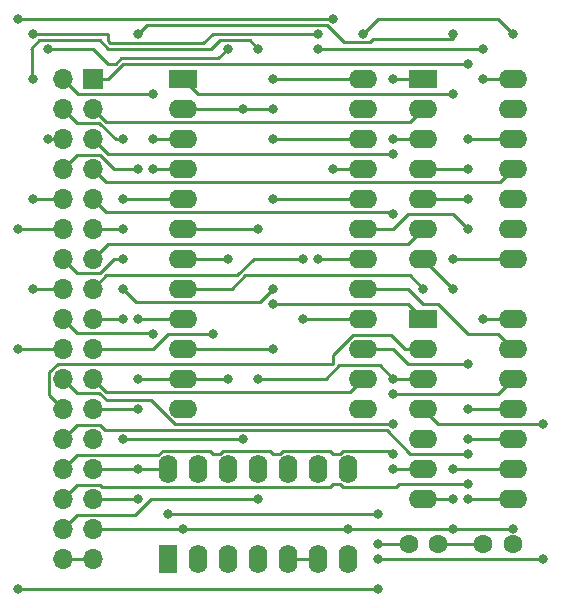
<source format=gbr>
%TF.GenerationSoftware,KiCad,Pcbnew,(5.1.10)-1*%
%TF.CreationDate,2022-02-19T10:09:17+01:00*%
%TF.ProjectId,Peri,50657269-2e6b-4696-9361-645f70636258,rev?*%
%TF.SameCoordinates,Original*%
%TF.FileFunction,Copper,L2,Bot*%
%TF.FilePolarity,Positive*%
%FSLAX46Y46*%
G04 Gerber Fmt 4.6, Leading zero omitted, Abs format (unit mm)*
G04 Created by KiCad (PCBNEW (5.1.10)-1) date 2022-02-19 10:09:17*
%MOMM*%
%LPD*%
G01*
G04 APERTURE LIST*
%TA.AperFunction,ComponentPad*%
%ADD10R,2.400000X1.600000*%
%TD*%
%TA.AperFunction,ComponentPad*%
%ADD11O,2.400000X1.600000*%
%TD*%
%TA.AperFunction,ComponentPad*%
%ADD12C,1.600000*%
%TD*%
%TA.AperFunction,ComponentPad*%
%ADD13R,1.700000X1.700000*%
%TD*%
%TA.AperFunction,ComponentPad*%
%ADD14O,1.700000X1.700000*%
%TD*%
%TA.AperFunction,ComponentPad*%
%ADD15O,1.600000X2.400000*%
%TD*%
%TA.AperFunction,ComponentPad*%
%ADD16R,1.600000X2.400000*%
%TD*%
%TA.AperFunction,ViaPad*%
%ADD17C,0.800000*%
%TD*%
%TA.AperFunction,Conductor*%
%ADD18C,0.250000*%
%TD*%
G04 APERTURE END LIST*
D10*
%TO.P,U1003,1*%
%TO.N,Net-(U1002-Pad8)*%
X93980000Y-80010000D03*
D11*
%TO.P,U1003,13*%
%TO.N,Net-(C1002-Pad1)*%
X109220000Y-107950000D03*
%TO.P,U1003,2*%
%TO.N,+5P*%
X93980000Y-82550000D03*
%TO.P,U1003,14*%
%TO.N,Net-(J1001-Pad21)*%
X109220000Y-105410000D03*
%TO.P,U1003,3*%
%TO.N,Net-(J1001-Pad2)*%
X93980000Y-85090000D03*
%TO.P,U1003,15*%
%TO.N,Net-(U1003-Pad15)*%
X109220000Y-102870000D03*
%TO.P,U1003,4*%
%TO.N,Net-(J1001-Pad18)*%
X93980000Y-87630000D03*
%TO.P,U1003,16*%
%TO.N,Net-(J1001-Pad10)*%
X109220000Y-100330000D03*
%TO.P,U1003,5*%
%TO.N,Net-(J1001-Pad4)*%
X93980000Y-90170000D03*
%TO.P,U1003,17*%
%TO.N,Net-(U1003-Pad17)*%
X109220000Y-97790000D03*
%TO.P,U1003,6*%
%TO.N,Net-(U1003-Pad6)*%
X93980000Y-92710000D03*
%TO.P,U1003,18*%
%TO.N,Net-(J1001-Pad12)*%
X109220000Y-95250000D03*
%TO.P,U1003,7*%
%TO.N,Net-(J1001-Pad6)*%
X93980000Y-95250000D03*
%TO.P,U1003,19*%
%TO.N,Net-(U1003-Pad19)*%
X109220000Y-92710000D03*
%TO.P,U1003,8*%
%TO.N,Net-(U1003-Pad8)*%
X93980000Y-97790000D03*
%TO.P,U1003,20*%
%TO.N,Net-(J1001-Pad14)*%
X109220000Y-90170000D03*
%TO.P,U1003,9*%
%TO.N,Net-(J1001-Pad8)*%
X93980000Y-100330000D03*
%TO.P,U1003,21*%
%TO.N,Net-(U1001-Pad5)*%
X109220000Y-87630000D03*
%TO.P,U1003,10*%
%TO.N,Net-(U1003-Pad10)*%
X93980000Y-102870000D03*
%TO.P,U1003,22*%
%TO.N,Net-(J1001-Pad16)*%
X109220000Y-85090000D03*
%TO.P,U1003,11*%
%TO.N,+5P*%
X93980000Y-105410000D03*
%TO.P,U1003,23*%
%TO.N,N/C*%
X109220000Y-82550000D03*
%TO.P,U1003,12*%
%TO.N,GND*%
X93980000Y-107950000D03*
%TO.P,U1003,24*%
%TO.N,+5P*%
X109220000Y-80010000D03*
%TD*%
D12*
%TO.P,C1001,1*%
%TO.N,+5P*%
X119380000Y-119380000D03*
%TO.P,C1001,2*%
%TO.N,GND*%
X121880000Y-119380000D03*
%TD*%
%TO.P,C1002,2*%
%TO.N,+5P*%
X115570000Y-119380000D03*
%TO.P,C1002,1*%
%TO.N,Net-(C1002-Pad1)*%
X113070000Y-119380000D03*
%TD*%
D13*
%TO.P,J1001,1*%
%TO.N,Net-(J1001-Pad1)*%
X86360000Y-80010000D03*
D14*
%TO.P,J1001,2*%
%TO.N,Net-(J1001-Pad2)*%
X83820000Y-80010000D03*
%TO.P,J1001,3*%
%TO.N,Net-(J1001-Pad3)*%
X86360000Y-82550000D03*
%TO.P,J1001,4*%
%TO.N,Net-(J1001-Pad4)*%
X83820000Y-82550000D03*
%TO.P,J1001,5*%
%TO.N,Net-(J1001-Pad5)*%
X86360000Y-85090000D03*
%TO.P,J1001,6*%
%TO.N,Net-(J1001-Pad6)*%
X83820000Y-85090000D03*
%TO.P,J1001,7*%
%TO.N,Net-(J1001-Pad7)*%
X86360000Y-87630000D03*
%TO.P,J1001,8*%
%TO.N,Net-(J1001-Pad8)*%
X83820000Y-87630000D03*
%TO.P,J1001,9*%
%TO.N,Net-(J1001-Pad9)*%
X86360000Y-90170000D03*
%TO.P,J1001,10*%
%TO.N,Net-(J1001-Pad10)*%
X83820000Y-90170000D03*
%TO.P,J1001,11*%
%TO.N,Net-(J1001-Pad11)*%
X86360000Y-92710000D03*
%TO.P,J1001,12*%
%TO.N,Net-(J1001-Pad12)*%
X83820000Y-92710000D03*
%TO.P,J1001,13*%
%TO.N,Net-(J1001-Pad13)*%
X86360000Y-95250000D03*
%TO.P,J1001,14*%
%TO.N,Net-(J1001-Pad14)*%
X83820000Y-95250000D03*
%TO.P,J1001,15*%
%TO.N,Net-(J1001-Pad15)*%
X86360000Y-97790000D03*
%TO.P,J1001,16*%
%TO.N,Net-(J1001-Pad16)*%
X83820000Y-97790000D03*
%TO.P,J1001,17*%
%TO.N,Net-(J1001-Pad17)*%
X86360000Y-100330000D03*
%TO.P,J1001,18*%
%TO.N,Net-(J1001-Pad18)*%
X83820000Y-100330000D03*
%TO.P,J1001,19*%
%TO.N,Net-(J1001-Pad19)*%
X86360000Y-102870000D03*
%TO.P,J1001,20*%
%TO.N,Net-(J1001-Pad20)*%
X83820000Y-102870000D03*
%TO.P,J1001,21*%
%TO.N,Net-(J1001-Pad21)*%
X86360000Y-105410000D03*
%TO.P,J1001,22*%
%TO.N,Net-(J1001-Pad22)*%
X83820000Y-105410000D03*
%TO.P,J1001,23*%
%TO.N,+5P*%
X86360000Y-107950000D03*
%TO.P,J1001,24*%
%TO.N,Net-(J1001-Pad24)*%
X83820000Y-107950000D03*
%TO.P,J1001,25*%
%TO.N,N/C*%
X86360000Y-110490000D03*
%TO.P,J1001,26*%
%TO.N,Net-(J1001-Pad26)*%
X83820000Y-110490000D03*
%TO.P,J1001,27*%
%TO.N,+5P*%
X86360000Y-113030000D03*
%TO.P,J1001,28*%
%TO.N,Net-(J1001-Pad28)*%
X83820000Y-113030000D03*
%TO.P,J1001,29*%
%TO.N,+5P*%
X86360000Y-115570000D03*
%TO.P,J1001,30*%
%TO.N,Net-(J1001-Pad30)*%
X83820000Y-115570000D03*
%TO.P,J1001,31*%
%TO.N,GND*%
X86360000Y-118110000D03*
%TO.P,J1001,32*%
%TO.N,Net-(J1001-Pad32)*%
X83820000Y-118110000D03*
%TO.P,J1001,33*%
%TO.N,GND*%
X86360000Y-120650000D03*
%TO.P,J1001,34*%
X83820000Y-120650000D03*
%TD*%
D15*
%TO.P,U1001,14*%
%TO.N,+5P*%
X92710000Y-113030000D03*
%TO.P,U1001,7*%
%TO.N,GND*%
X107950000Y-120650000D03*
%TO.P,U1001,13*%
%TO.N,N/C*%
X95250000Y-113030000D03*
%TO.P,U1001,6*%
%TO.N,Net-(U1001-Pad5)*%
X105410000Y-120650000D03*
%TO.P,U1001,12*%
%TO.N,N/C*%
X97790000Y-113030000D03*
%TO.P,U1001,5*%
%TO.N,Net-(U1001-Pad5)*%
X102870000Y-120650000D03*
%TO.P,U1001,11*%
%TO.N,N/C*%
X100330000Y-113030000D03*
%TO.P,U1001,4*%
%TO.N,Net-(J1001-Pad32)*%
X100330000Y-120650000D03*
%TO.P,U1001,10*%
%TO.N,N/C*%
X102870000Y-113030000D03*
%TO.P,U1001,3*%
%TO.N,Net-(J1001-Pad17)*%
X97790000Y-120650000D03*
%TO.P,U1001,9*%
%TO.N,N/C*%
X105410000Y-113030000D03*
%TO.P,U1001,2*%
%TO.N,Net-(J1001-Pad19)*%
X95250000Y-120650000D03*
%TO.P,U1001,8*%
%TO.N,N/C*%
X107950000Y-113030000D03*
D16*
%TO.P,U1001,1*%
%TO.N,Net-(C1002-Pad1)*%
X92710000Y-120650000D03*
%TD*%
D10*
%TO.P,U1002,1*%
%TO.N,Net-(J1001-Pad5)*%
X114300000Y-80010000D03*
D11*
%TO.P,U1002,8*%
%TO.N,Net-(U1002-Pad8)*%
X121920000Y-95250000D03*
%TO.P,U1002,2*%
%TO.N,Net-(J1001-Pad3)*%
X114300000Y-82550000D03*
%TO.P,U1002,9*%
%TO.N,N/C*%
X121920000Y-92710000D03*
%TO.P,U1002,3*%
%TO.N,Net-(J1001-Pad9)*%
X114300000Y-85090000D03*
%TO.P,U1002,10*%
%TO.N,N/C*%
X121920000Y-90170000D03*
%TO.P,U1002,4*%
%TO.N,Net-(J1001-Pad11)*%
X114300000Y-87630000D03*
%TO.P,U1002,11*%
%TO.N,Net-(J1001-Pad7)*%
X121920000Y-87630000D03*
%TO.P,U1002,5*%
%TO.N,Net-(J1001-Pad15)*%
X114300000Y-90170000D03*
%TO.P,U1002,12*%
%TO.N,Net-(J1001-Pad1)*%
X121920000Y-85090000D03*
%TO.P,U1002,6*%
%TO.N,Net-(J1001-Pad13)*%
X114300000Y-92710000D03*
%TO.P,U1002,13*%
%TO.N,N/C*%
X121920000Y-82550000D03*
%TO.P,U1002,7*%
%TO.N,GND*%
X114300000Y-95250000D03*
%TO.P,U1002,14*%
%TO.N,+5P*%
X121920000Y-80010000D03*
%TD*%
D10*
%TO.P,U1004,1*%
%TO.N,Net-(U1003-Pad10)*%
X114300000Y-100330000D03*
D11*
%TO.P,U1004,8*%
%TO.N,Net-(J1001-Pad26)*%
X121920000Y-115570000D03*
%TO.P,U1004,2*%
%TO.N,Net-(J1001-Pad24)*%
X114300000Y-102870000D03*
%TO.P,U1004,9*%
%TO.N,Net-(U1003-Pad15)*%
X121920000Y-113030000D03*
%TO.P,U1004,3*%
%TO.N,Net-(U1003-Pad6)*%
X114300000Y-105410000D03*
%TO.P,U1004,10*%
%TO.N,Net-(J1001-Pad30)*%
X121920000Y-110490000D03*
%TO.P,U1004,4*%
%TO.N,Net-(J1001-Pad20)*%
X114300000Y-107950000D03*
%TO.P,U1004,11*%
%TO.N,Net-(U1003-Pad19)*%
X121920000Y-107950000D03*
%TO.P,U1004,5*%
%TO.N,Net-(U1003-Pad8)*%
X114300000Y-110490000D03*
%TO.P,U1004,12*%
%TO.N,Net-(J1001-Pad28)*%
X121920000Y-105410000D03*
%TO.P,U1004,6*%
%TO.N,Net-(J1001-Pad22)*%
X114300000Y-113030000D03*
%TO.P,U1004,13*%
%TO.N,Net-(U1003-Pad17)*%
X121920000Y-102870000D03*
%TO.P,U1004,7*%
%TO.N,GND*%
X114300000Y-115570000D03*
%TO.P,U1004,14*%
%TO.N,+5P*%
X121920000Y-100330000D03*
%TD*%
D17*
%TO.N,+5P*%
X90170000Y-105410000D03*
X90170000Y-107950000D03*
X119380000Y-100330000D03*
X119380000Y-80010000D03*
X90170000Y-115570000D03*
X90170000Y-113030000D03*
X101600000Y-82550000D03*
X101600000Y-80010000D03*
X121920000Y-76200000D03*
X109220000Y-76200000D03*
X97790000Y-105410000D03*
X99060000Y-82550000D03*
%TO.N,GND*%
X116840000Y-115570000D03*
X116840000Y-97790000D03*
X116840000Y-118110000D03*
X93980000Y-118110000D03*
X107950000Y-118110000D03*
X121920000Y-118110000D03*
%TO.N,Net-(C1002-Pad1)*%
X110490000Y-119380000D03*
X92710000Y-116840000D03*
X110490000Y-116840000D03*
%TO.N,Net-(J1001-Pad1)*%
X118110000Y-78740000D03*
X118110000Y-85090000D03*
%TO.N,Net-(J1001-Pad2)*%
X91440000Y-81280000D03*
X91440000Y-85090000D03*
%TO.N,Net-(J1001-Pad4)*%
X88900000Y-85090000D03*
X88900000Y-90170000D03*
%TO.N,Net-(J1001-Pad5)*%
X111760000Y-86360000D03*
X111760000Y-80010000D03*
%TO.N,Net-(J1001-Pad6)*%
X82550000Y-85090000D03*
X97790000Y-95250000D03*
X97790000Y-77470000D03*
X82550000Y-77470000D03*
%TO.N,Net-(J1001-Pad8)*%
X90170000Y-87630000D03*
X90170000Y-100330000D03*
%TO.N,Net-(J1001-Pad9)*%
X111760000Y-91440000D03*
X111760000Y-85090000D03*
%TO.N,Net-(J1001-Pad10)*%
X81280000Y-90170000D03*
X81280000Y-76200000D03*
X105410000Y-76200000D03*
X104140000Y-100330000D03*
%TO.N,Net-(J1001-Pad11)*%
X88900000Y-92710000D03*
X118110000Y-87630000D03*
X90170000Y-76200000D03*
X116840000Y-76200000D03*
%TO.N,Net-(J1001-Pad12)*%
X80010000Y-92710000D03*
X105410000Y-95250000D03*
X80010000Y-74930000D03*
X106680000Y-74930000D03*
%TO.N,Net-(J1001-Pad14)*%
X88900000Y-95250000D03*
X101600000Y-90170000D03*
X88900000Y-97790000D03*
X101600000Y-97790000D03*
%TO.N,Net-(J1001-Pad15)*%
X104140000Y-95250000D03*
X118110000Y-90170000D03*
X105410000Y-77470000D03*
X119380000Y-77470000D03*
%TO.N,Net-(J1001-Pad16)*%
X101600000Y-85090000D03*
X100330000Y-77470000D03*
X81280000Y-97790000D03*
X81280000Y-80010000D03*
%TO.N,Net-(J1001-Pad17)*%
X99060000Y-110490000D03*
X88900000Y-110490000D03*
X88900000Y-100330000D03*
%TO.N,Net-(J1001-Pad18)*%
X91440000Y-87630000D03*
X91440000Y-101600000D03*
%TO.N,Net-(J1001-Pad19)*%
X96520000Y-101600000D03*
%TO.N,Net-(J1001-Pad20)*%
X80010000Y-102870000D03*
X80010000Y-123190000D03*
X124460000Y-109220000D03*
X124460000Y-120650000D03*
X110490000Y-120650000D03*
X110490000Y-123190000D03*
%TO.N,Net-(J1001-Pad22)*%
X111760000Y-113030000D03*
X111760000Y-109220000D03*
%TO.N,Net-(J1001-Pad26)*%
X118110000Y-115570000D03*
X118110000Y-111760000D03*
%TO.N,Net-(J1001-Pad28)*%
X111760000Y-111760000D03*
X111760000Y-106680000D03*
%TO.N,Net-(J1001-Pad30)*%
X118110000Y-110490000D03*
X118110000Y-114300000D03*
%TO.N,Net-(J1001-Pad32)*%
X100330000Y-115570000D03*
%TO.N,Net-(U1001-Pad5)*%
X106680000Y-87630000D03*
%TO.N,Net-(U1002-Pad8)*%
X116840000Y-81280000D03*
X116840000Y-95250000D03*
%TO.N,Net-(U1003-Pad15)*%
X118110000Y-104140000D03*
X116840000Y-113030000D03*
%TO.N,Net-(U1003-Pad6)*%
X111760000Y-105410000D03*
X100330000Y-105410000D03*
X100330000Y-92710000D03*
%TO.N,Net-(U1003-Pad19)*%
X118110000Y-107950000D03*
X118110000Y-92710000D03*
%TO.N,Net-(U1003-Pad8)*%
X114300000Y-97790000D03*
%TO.N,Net-(U1003-Pad10)*%
X101600000Y-102870000D03*
X101600000Y-99060000D03*
%TD*%
D18*
%TO.N,+5P*%
X86360000Y-107950000D02*
X90170000Y-107950000D01*
X93980000Y-105410000D02*
X90170000Y-105410000D01*
X92710000Y-113030000D02*
X90170000Y-113030000D01*
X86360000Y-115570000D02*
X90170000Y-115570000D01*
X86360000Y-113030000D02*
X92710000Y-113030000D01*
X115570000Y-119380000D02*
X119380000Y-119380000D01*
X121920000Y-100330000D02*
X119380000Y-100330000D01*
X121920000Y-80010000D02*
X119380000Y-80010000D01*
X109220000Y-80010000D02*
X101600000Y-80010000D01*
X93980000Y-82550000D02*
X101600000Y-82550000D01*
X90170000Y-105410000D02*
X90170000Y-105410000D01*
X90170000Y-107950000D02*
X90170000Y-107950000D01*
X119380000Y-100330000D02*
X119380000Y-100330000D01*
X119380000Y-80010000D02*
X119380000Y-80010000D01*
X90170000Y-115570000D02*
X90170000Y-115570000D01*
X90170000Y-113030000D02*
X90170000Y-113030000D01*
X101600000Y-82550000D02*
X101600000Y-82550000D01*
X101600000Y-80010000D02*
X101600000Y-80010000D01*
X109220000Y-76200000D02*
X110490000Y-74930000D01*
X110490000Y-74930000D02*
X120650000Y-74930000D01*
X120650000Y-74930000D02*
X121920000Y-76200000D01*
X93980000Y-105410000D02*
X97790000Y-105410000D01*
X97790000Y-105410000D02*
X97790000Y-105410000D01*
%TO.N,GND*%
X83820000Y-120650000D02*
X86360000Y-120650000D01*
X86360000Y-118110000D02*
X114300000Y-118110000D01*
X114300000Y-118110000D02*
X121920000Y-118110000D01*
X114300000Y-95250000D02*
X116840000Y-97790000D01*
X114300000Y-115570000D02*
X116840000Y-115570000D01*
X116840000Y-115570000D02*
X116840000Y-115570000D01*
X116840000Y-97790000D02*
X116840000Y-97790000D01*
X121920000Y-118110000D02*
X121920000Y-118110000D01*
%TO.N,Net-(C1002-Pad1)*%
X113070000Y-119380000D02*
X110490000Y-119380000D01*
X110490000Y-119380000D02*
X110490000Y-119380000D01*
X92710000Y-116840000D02*
X110490000Y-116840000D01*
X110490000Y-116840000D02*
X110490000Y-116840000D01*
%TO.N,Net-(J1001-Pad1)*%
X86360000Y-80010000D02*
X87630000Y-80010000D01*
X87630000Y-80010000D02*
X88900000Y-78740000D01*
X88900000Y-78740000D02*
X99060000Y-78740000D01*
X118110000Y-78740000D02*
X118110000Y-78740000D01*
X121920000Y-85090000D02*
X118110000Y-85090000D01*
X118110000Y-85090000D02*
X118110000Y-85090000D01*
X99060000Y-78740000D02*
X118110000Y-78740000D01*
%TO.N,Net-(J1001-Pad2)*%
X83820000Y-80010000D02*
X85090000Y-81280000D01*
X85090000Y-81280000D02*
X91440000Y-81280000D01*
X93980000Y-85090000D02*
X91440000Y-85090000D01*
X91440000Y-81280000D02*
X91440000Y-81280000D01*
%TO.N,Net-(J1001-Pad3)*%
X113174990Y-83675010D02*
X114300000Y-82550000D01*
X87485010Y-83675010D02*
X113174990Y-83675010D01*
X86360000Y-82550000D02*
X87485010Y-83675010D01*
%TO.N,Net-(J1001-Pad4)*%
X86898591Y-83725001D02*
X88263590Y-85090000D01*
X84995001Y-83725001D02*
X86898591Y-83725001D01*
X83820000Y-82550000D02*
X84995001Y-83725001D01*
X88263590Y-85090000D02*
X88900000Y-85090000D01*
X93980000Y-90170000D02*
X88900000Y-90170000D01*
X88900000Y-85090000D02*
X88900000Y-85090000D01*
X88900000Y-90170000D02*
X88900000Y-90170000D01*
%TO.N,Net-(J1001-Pad5)*%
X86360000Y-85090000D02*
X87630000Y-86360000D01*
X87630000Y-86360000D02*
X102870000Y-86360000D01*
X114300000Y-80010000D02*
X111760000Y-80010000D01*
X102870000Y-86360000D02*
X111760000Y-86360000D01*
X111760000Y-86360000D02*
X111760000Y-86360000D01*
X111760000Y-80010000D02*
X111760000Y-80010000D01*
%TO.N,Net-(J1001-Pad6)*%
X93980000Y-95250000D02*
X96520000Y-95250000D01*
X96520000Y-95250000D02*
X97790000Y-95250000D01*
X83820000Y-85090000D02*
X82550000Y-85090000D01*
X82550000Y-85090000D02*
X82550000Y-85090000D01*
X97790000Y-95250000D02*
X97790000Y-95250000D01*
X86360000Y-77470000D02*
X87630000Y-78740000D01*
X82550000Y-77470000D02*
X86360000Y-77470000D01*
X88263590Y-78740000D02*
X88713600Y-78289990D01*
X87630000Y-78740000D02*
X88263590Y-78740000D01*
X96970010Y-78289990D02*
X97790000Y-77470000D01*
X88713600Y-78289990D02*
X96970010Y-78289990D01*
%TO.N,Net-(J1001-Pad7)*%
X120794990Y-88755010D02*
X121920000Y-87630000D01*
X87485010Y-88755010D02*
X120794990Y-88755010D01*
X86360000Y-87630000D02*
X87485010Y-88755010D01*
%TO.N,Net-(J1001-Pad8)*%
X86924001Y-86454999D02*
X88099002Y-87630000D01*
X84995001Y-86454999D02*
X86924001Y-86454999D01*
X83820000Y-87630000D02*
X84995001Y-86454999D01*
X88099002Y-87630000D02*
X90170000Y-87630000D01*
X93980000Y-100330000D02*
X90170000Y-100330000D01*
X90170000Y-87630000D02*
X90170000Y-87630000D01*
X90170000Y-100330000D02*
X90170000Y-100330000D01*
%TO.N,Net-(J1001-Pad9)*%
X87485010Y-91295010D02*
X111615010Y-91295010D01*
X86360000Y-90170000D02*
X87485010Y-91295010D01*
X111615010Y-91295010D02*
X111760000Y-91440000D01*
X114300000Y-85090000D02*
X111760000Y-85090000D01*
X111760000Y-91440000D02*
X111760000Y-91440000D01*
X111760000Y-85090000D02*
X111760000Y-85090000D01*
%TO.N,Net-(J1001-Pad10)*%
X83820000Y-90170000D02*
X81280000Y-90170000D01*
X81280000Y-90170000D02*
X81280000Y-90170000D01*
X105410000Y-76200000D02*
X105410000Y-76200000D01*
X109220000Y-100330000D02*
X104140000Y-100330000D01*
X104140000Y-100330000D02*
X104140000Y-100330000D01*
X87630000Y-76200000D02*
X87630000Y-76833590D01*
X81280000Y-76200000D02*
X87630000Y-76200000D01*
X87630000Y-76833590D02*
X87816400Y-77019990D01*
X95700010Y-77019990D02*
X96520000Y-76200000D01*
X87816400Y-77019990D02*
X95700010Y-77019990D01*
X96520000Y-76200000D02*
X105410000Y-76200000D01*
%TO.N,Net-(J1001-Pad11)*%
X86360000Y-92710000D02*
X88900000Y-92710000D01*
X114300000Y-87630000D02*
X118110000Y-87630000D01*
X118110000Y-87630000D02*
X118110000Y-87630000D01*
X110039990Y-76650010D02*
X116840000Y-76650010D01*
X116840000Y-76650010D02*
X116840000Y-76200000D01*
X109764999Y-76925001D02*
X110039990Y-76650010D01*
X107601999Y-76925001D02*
X109764999Y-76925001D01*
X106151997Y-75474999D02*
X107601999Y-76925001D01*
X90895001Y-75474999D02*
X106151997Y-75474999D01*
X90170000Y-76200000D02*
X90895001Y-75474999D01*
%TO.N,Net-(J1001-Pad12)*%
X83820000Y-92710000D02*
X82550000Y-92710000D01*
X82550000Y-92710000D02*
X80010000Y-92710000D01*
X80010000Y-92710000D02*
X80010000Y-92710000D01*
X109220000Y-95250000D02*
X105410000Y-95250000D01*
X105410000Y-95250000D02*
X105410000Y-95250000D01*
X80010000Y-74930000D02*
X106680000Y-74930000D01*
X106680000Y-74930000D02*
X106680000Y-74930000D01*
%TO.N,Net-(J1001-Pad13)*%
X114300000Y-92710000D02*
X113030000Y-93980000D01*
X87630000Y-93980000D02*
X86360000Y-95250000D01*
X113030000Y-93980000D02*
X87630000Y-93980000D01*
%TO.N,Net-(J1001-Pad14)*%
X86924001Y-96425001D02*
X88099002Y-95250000D01*
X84995001Y-96425001D02*
X86924001Y-96425001D01*
X83820000Y-95250000D02*
X84995001Y-96425001D01*
X88099002Y-95250000D02*
X88900000Y-95250000D01*
X88900000Y-95250000D02*
X88900000Y-95250000D01*
X109220000Y-90170000D02*
X101600000Y-90170000D01*
X101600000Y-90170000D02*
X101600000Y-90170000D01*
X100474990Y-98915010D02*
X101600000Y-97790000D01*
X90025010Y-98915010D02*
X100474990Y-98915010D01*
X88900000Y-97790000D02*
X90025010Y-98915010D01*
%TO.N,Net-(J1001-Pad15)*%
X98568580Y-96664990D02*
X99983570Y-95250000D01*
X87485010Y-96664990D02*
X98568580Y-96664990D01*
X86360000Y-97790000D02*
X87485010Y-96664990D01*
X99983570Y-95250000D02*
X104140000Y-95250000D01*
X104140000Y-95250000D02*
X104140000Y-95250000D01*
X114300000Y-90170000D02*
X118110000Y-90170000D01*
X118110000Y-90170000D02*
X118110000Y-90170000D01*
X105410000Y-77470000D02*
X119380000Y-77470000D01*
%TO.N,Net-(J1001-Pad16)*%
X109220000Y-85090000D02*
X101600000Y-85090000D01*
X101600000Y-85090000D02*
X101600000Y-85090000D01*
X81280000Y-97790000D02*
X83820000Y-97790000D01*
X81181501Y-77371501D02*
X81181501Y-80108499D01*
X81181501Y-77371501D02*
X81083002Y-77470000D01*
X81181501Y-79911501D02*
X81280000Y-80010000D01*
X81181501Y-77371501D02*
X81181501Y-79911501D01*
X99604999Y-76744999D02*
X100330000Y-77470000D01*
X97064999Y-76744999D02*
X99604999Y-76744999D01*
X96339998Y-77470000D02*
X97064999Y-76744999D01*
X87630000Y-77470000D02*
X96339998Y-77470000D01*
X86904999Y-76744999D02*
X87630000Y-77470000D01*
X81808003Y-76744999D02*
X86904999Y-76744999D01*
X81181501Y-77371501D02*
X81808003Y-76744999D01*
%TO.N,Net-(J1001-Pad17)*%
X86360000Y-100330000D02*
X88900000Y-100330000D01*
X91440000Y-110490000D02*
X88900000Y-110490000D01*
X99060000Y-110490000D02*
X91440000Y-110490000D01*
X91440000Y-110490000D02*
X90170000Y-110490000D01*
X88900000Y-110490000D02*
X88900000Y-110490000D01*
X88900000Y-100330000D02*
X88900000Y-100330000D01*
%TO.N,Net-(J1001-Pad18)*%
X84995001Y-101505001D02*
X91345001Y-101505001D01*
X83820000Y-100330000D02*
X84995001Y-101505001D01*
X91345001Y-101505001D02*
X91440000Y-101600000D01*
X93980000Y-87630000D02*
X91440000Y-87630000D01*
X91440000Y-87630000D02*
X91440000Y-87630000D01*
X91440000Y-101600000D02*
X91440000Y-101600000D01*
%TO.N,Net-(J1001-Pad19)*%
X91440000Y-102870000D02*
X92710000Y-101600000D01*
X86360000Y-102870000D02*
X91440000Y-102870000D01*
X92710000Y-101600000D02*
X96520000Y-101600000D01*
X96520000Y-101600000D02*
X96520000Y-101600000D01*
%TO.N,Net-(J1001-Pad20)*%
X83820000Y-102870000D02*
X80010000Y-102870000D01*
X80010000Y-102870000D02*
X80010000Y-102870000D01*
X80010000Y-123190000D02*
X110490000Y-123190000D01*
X114300000Y-107950000D02*
X115570000Y-109220000D01*
X115570000Y-109220000D02*
X124460000Y-109220000D01*
X124460000Y-109220000D02*
X124460000Y-109220000D01*
X124460000Y-120650000D02*
X110490000Y-120650000D01*
X110490000Y-120650000D02*
X110490000Y-120650000D01*
%TO.N,Net-(J1001-Pad21)*%
X108094990Y-106535010D02*
X109220000Y-105410000D01*
X87485010Y-106535010D02*
X108094990Y-106535010D01*
X86360000Y-105410000D02*
X87485010Y-106535010D01*
%TO.N,Net-(J1001-Pad22)*%
X114300000Y-113030000D02*
X111760000Y-113030000D01*
X111760000Y-113030000D02*
X111760000Y-113030000D01*
X91263995Y-107224999D02*
X93258996Y-109220000D01*
X87538589Y-107224999D02*
X91263995Y-107224999D01*
X86898591Y-106585001D02*
X87538589Y-107224999D01*
X84995001Y-106585001D02*
X86898591Y-106585001D01*
X83820000Y-105410000D02*
X84995001Y-106585001D01*
X93258996Y-109220000D02*
X111760000Y-109220000D01*
X111760000Y-109220000D02*
X111760000Y-109220000D01*
%TO.N,Net-(J1001-Pad24)*%
X106680000Y-103418996D02*
X108354006Y-101744990D01*
X106680000Y-104140000D02*
X106680000Y-103418996D01*
X83350998Y-104140000D02*
X106680000Y-104140000D01*
X82644999Y-104845999D02*
X83350998Y-104140000D01*
X82644999Y-106774999D02*
X82644999Y-104845999D01*
X83820000Y-107950000D02*
X82644999Y-106774999D01*
X112740020Y-102870000D02*
X111615010Y-101744990D01*
X114300000Y-102870000D02*
X112740020Y-102870000D01*
X108354006Y-101744990D02*
X111615010Y-101744990D01*
%TO.N,Net-(J1001-Pad26)*%
X121920000Y-115570000D02*
X118110000Y-115570000D01*
X118110000Y-115570000D02*
X118110000Y-115570000D01*
X87374001Y-109764999D02*
X111231997Y-109764999D01*
X86924001Y-109314999D02*
X87374001Y-109764999D01*
X84995001Y-109314999D02*
X86924001Y-109314999D01*
X111231997Y-109764999D02*
X113226998Y-111760000D01*
X83820000Y-110490000D02*
X84995001Y-109314999D01*
X113226998Y-111760000D02*
X118110000Y-111760000D01*
X118110000Y-111760000D02*
X118110000Y-111760000D01*
%TO.N,Net-(J1001-Pad28)*%
X121920000Y-105410000D02*
X120650000Y-106680000D01*
X120650000Y-106680000D02*
X111760000Y-106680000D01*
X106680000Y-111760000D02*
X107228996Y-111760000D01*
X83820000Y-113030000D02*
X84995001Y-111854999D01*
X84995001Y-111854999D02*
X91893997Y-111854999D01*
X91893997Y-111854999D02*
X92244006Y-111504990D01*
X92244006Y-111504990D02*
X96264990Y-111504990D01*
X96520000Y-111760000D02*
X97068996Y-111760000D01*
X97068996Y-111760000D02*
X97324006Y-111504990D01*
X107228996Y-111760000D02*
X107484006Y-111504990D01*
X97324006Y-111504990D02*
X101344990Y-111504990D01*
X107484006Y-111504990D02*
X111504990Y-111504990D01*
X101344990Y-111504990D02*
X101600000Y-111760000D01*
X96264990Y-111504990D02*
X96520000Y-111760000D01*
X102404006Y-111504990D02*
X106424990Y-111504990D01*
X101600000Y-111760000D02*
X102148996Y-111760000D01*
X102148996Y-111760000D02*
X102404006Y-111504990D01*
X106424990Y-111504990D02*
X106680000Y-111760000D01*
X111504990Y-111504990D02*
X111760000Y-111760000D01*
X111760000Y-111760000D02*
X111760000Y-111760000D01*
X111760000Y-106680000D02*
X111760000Y-106680000D01*
%TO.N,Net-(J1001-Pad30)*%
X107484006Y-114555010D02*
X112015010Y-114555010D01*
X107228996Y-114300000D02*
X107484006Y-114555010D01*
X106680000Y-114300000D02*
X107228996Y-114300000D01*
X87084012Y-114555010D02*
X106424990Y-114555010D01*
X106424990Y-114555010D02*
X106680000Y-114300000D01*
X86924001Y-114394999D02*
X87084012Y-114555010D01*
X112015010Y-114555010D02*
X112270020Y-114300000D01*
X84995001Y-114394999D02*
X86924001Y-114394999D01*
X83820000Y-115570000D02*
X84995001Y-114394999D01*
X112270020Y-114300000D02*
X118110000Y-114300000D01*
X121920000Y-110490000D02*
X118110000Y-110490000D01*
X118110000Y-110490000D02*
X118110000Y-110490000D01*
X118110000Y-114300000D02*
X118110000Y-114300000D01*
%TO.N,Net-(J1001-Pad32)*%
X84995001Y-116934999D02*
X83820000Y-118110000D01*
X89878003Y-116934999D02*
X84995001Y-116934999D01*
X91243002Y-115570000D02*
X89878003Y-116934999D01*
X100330000Y-115570000D02*
X91243002Y-115570000D01*
%TO.N,Net-(U1001-Pad5)*%
X102870000Y-120650000D02*
X105410000Y-120650000D01*
X106680000Y-87630000D02*
X109220000Y-87630000D01*
%TO.N,Net-(U1002-Pad8)*%
X93980000Y-80010000D02*
X95250000Y-81280000D01*
X95250000Y-81280000D02*
X116840000Y-81280000D01*
X121920000Y-95250000D02*
X116840000Y-95250000D01*
X116840000Y-81280000D02*
X116840000Y-81280000D01*
X116840000Y-95250000D02*
X116840000Y-95250000D01*
%TO.N,Net-(U1003-Pad15)*%
X121920000Y-113030000D02*
X118110000Y-113030000D01*
X118110000Y-113030000D02*
X118110000Y-113030000D01*
X118110000Y-113030000D02*
X116840000Y-113030000D01*
X109220000Y-102870000D02*
X111760000Y-102870000D01*
X111760000Y-102870000D02*
X113030000Y-104140000D01*
X118110000Y-104140000D02*
X113030000Y-104140000D01*
%TO.N,Net-(U1003-Pad17)*%
X121920000Y-102870000D02*
X120650000Y-101600000D01*
X109220000Y-97790000D02*
X113030000Y-97790000D01*
X113030000Y-97790000D02*
X114300000Y-99060000D01*
X115570000Y-99060000D02*
X118110000Y-101600000D01*
X114300000Y-99060000D02*
X115570000Y-99060000D01*
X120650000Y-101600000D02*
X118110000Y-101600000D01*
%TO.N,Net-(U1003-Pad6)*%
X114300000Y-105410000D02*
X111760000Y-105410000D01*
X111760000Y-105410000D02*
X111760000Y-105410000D01*
X107171420Y-104284990D02*
X106046410Y-105410000D01*
X110634990Y-104284990D02*
X107171420Y-104284990D01*
X111760000Y-105410000D02*
X110634990Y-104284990D01*
X106046410Y-105410000D02*
X100330000Y-105410000D01*
X93980000Y-92710000D02*
X100330000Y-92710000D01*
X100330000Y-105410000D02*
X100330000Y-105410000D01*
X100330000Y-92710000D02*
X100330000Y-92710000D01*
%TO.N,Net-(U1003-Pad19)*%
X121920000Y-107950000D02*
X118110000Y-107950000D01*
X118110000Y-107950000D02*
X118110000Y-107950000D01*
X118110000Y-92710000D02*
X118110000Y-92710000D01*
X111760000Y-92710000D02*
X113030000Y-91440000D01*
X109220000Y-92710000D02*
X111760000Y-92710000D01*
X116840000Y-91440000D02*
X118110000Y-92710000D01*
X113030000Y-91440000D02*
X116840000Y-91440000D01*
%TO.N,Net-(U1003-Pad8)*%
X113174990Y-96664990D02*
X114300000Y-97790000D01*
X98079980Y-97790000D02*
X99204990Y-96664990D01*
X93980000Y-97790000D02*
X98079980Y-97790000D01*
X99204990Y-96664990D02*
X113174990Y-96664990D01*
%TO.N,Net-(U1003-Pad10)*%
X93980000Y-102870000D02*
X101600000Y-102870000D01*
X114300000Y-100330000D02*
X113030000Y-99060000D01*
X113030000Y-99060000D02*
X101600000Y-99060000D01*
X101600000Y-99060000D02*
X101600000Y-99060000D01*
%TD*%
M02*

</source>
